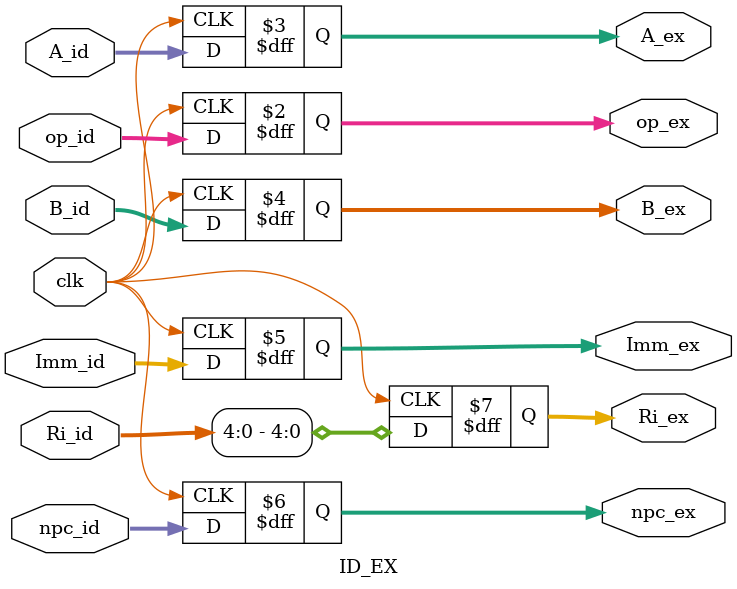
<source format=v>
`timescale 1ns / 1ps
module ID_EX(clk,op_id,A_id,B_id,Imm_id,op_ex,A_ex,B_ex,Imm_ex,npc_id,npc_ex,Ri_id,Ri_ex);
input             clk;
input        [5:0]op_id;
input       [31:0]A_id;
input       [31:0]B_id;
input       [31:0]Imm_id;
output reg   [5:0]op_ex;
output reg  [31:0]A_ex;
output reg  [31:0]B_ex;
output reg  [31:0]Imm_ex;
input       [31:0]npc_id;
output reg  [31:0]npc_ex;
input       [31:0]Ri_id;
output reg  [4:0] Ri_ex;

always @(posedge clk)
begin 
	op_ex  <=op_id;
	A_ex   <=A_id;
	B_ex   <=B_id;
	Imm_ex <=Imm_id;
	npc_ex <=npc_id;
	Ri_ex  <=Ri_id;	
end

endmodule
</source>
